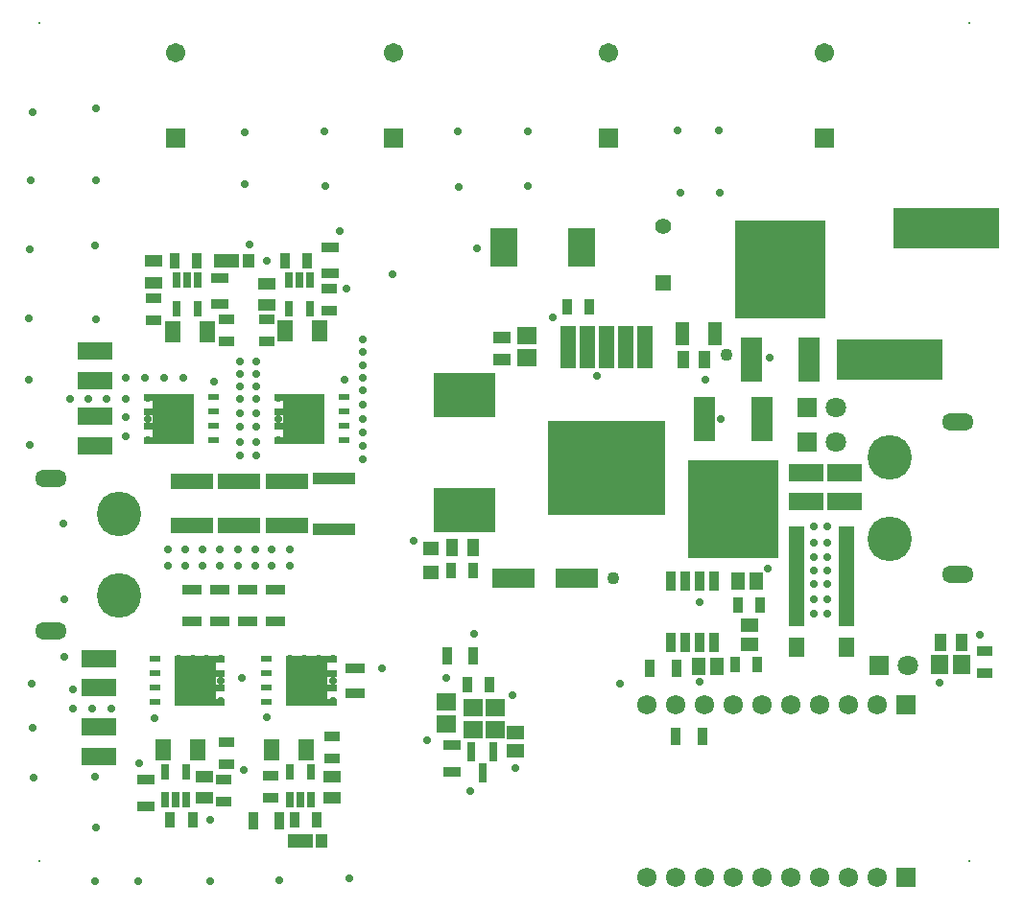
<source format=gts>
G04*
G04 #@! TF.GenerationSoftware,Altium Limited,Altium Designer,21.6.4 (81)*
G04*
G04 Layer_Color=8388736*
%FSLAX44Y44*%
%MOMM*%
G71*
G04*
G04 #@! TF.SameCoordinates,3C3A1148-CEAA-43B7-A459-4803B486FB21*
G04*
G04*
G04 #@! TF.FilePolarity,Negative*
G04*
G01*
G75*
%ADD18R,1.3561X1.8582*%
%ADD20R,1.4500X0.9500*%
%ADD21R,0.9500X1.4500*%
%ADD23R,1.7000X0.9500*%
%ADD29R,0.9562X1.5562*%
%ADD30R,1.5562X0.9562*%
%ADD49R,1.1032X1.5032*%
%ADD50R,0.8532X1.7282*%
%ADD51R,5.4032X3.9532*%
%ADD52R,1.8232X4.0132*%
%ADD53R,8.0732X8.7132*%
%ADD54R,1.4032X8.9032*%
%ADD55R,1.4032X1.8032*%
%ADD56R,2.4532X3.4032*%
%ADD57R,1.6532X0.9532*%
%ADD58R,3.7232X1.4532*%
%ADD59R,3.0232X1.6332*%
%ADD60R,1.3032X2.0032*%
%ADD61R,1.7532X1.5532*%
%ADD62R,1.5532X1.7532*%
%ADD63R,2.2032X1.3032*%
%ADD64R,1.0032X1.3032*%
%ADD65R,1.5932X1.1632*%
%ADD66R,1.1632X1.5932*%
%ADD67R,0.8032X1.7032*%
%ADD68R,10.3532X8.3032*%
%ADD69R,1.3532X3.8032*%
%ADD70R,1.5032X1.1032*%
%ADD71R,0.8032X1.4032*%
%ADD72R,1.4032X1.3032*%
%ADD73R,3.7032X1.8032*%
%ADD74R,9.4032X3.6032*%
%ADD75R,3.8132X1.0132*%
%ADD76C,1.7032*%
%ADD77R,1.7032X1.7032*%
%ADD78R,1.4032X1.4032*%
%ADD79C,1.4032*%
%ADD80O,2.8032X1.5032*%
%ADD81C,3.9192*%
%ADD82C,1.8032*%
%ADD83R,1.8032X1.8032*%
%ADD84C,0.2000*%
%ADD85C,1.7232*%
%ADD86R,1.7232X1.7232*%
%ADD87C,0.7016*%
%ADD88C,1.1016*%
G36*
X135995Y205550D02*
X126745D01*
Y210550D01*
X135995D01*
Y205550D01*
D02*
G37*
G36*
Y192850D02*
X126745D01*
Y197850D01*
X135995D01*
Y192850D01*
D02*
G37*
G36*
Y180150D02*
X126745D01*
Y185150D01*
X135995D01*
Y180150D01*
D02*
G37*
G36*
Y167450D02*
X126745D01*
Y172450D01*
X135995D01*
Y167450D01*
D02*
G37*
G36*
X193250Y205050D02*
X185250D01*
Y198350D01*
X193250D01*
Y192350D01*
X185250D01*
Y185650D01*
X193250D01*
Y179650D01*
X185250D01*
Y172950D01*
X193250D01*
Y166950D01*
X148700D01*
Y211050D01*
X193250D01*
Y205050D01*
D02*
G37*
G36*
X234625Y205550D02*
X225375D01*
Y210550D01*
X234625D01*
Y205550D01*
D02*
G37*
G36*
Y192850D02*
X225375D01*
Y197850D01*
X234625D01*
Y192850D01*
D02*
G37*
G36*
Y180150D02*
X225375D01*
Y185150D01*
X234625D01*
Y180150D01*
D02*
G37*
G36*
Y167450D02*
X225375D01*
Y172450D01*
X234625D01*
Y167450D01*
D02*
G37*
G36*
X291880Y205050D02*
X283880D01*
Y198350D01*
X291880D01*
Y192350D01*
X283880D01*
Y185650D01*
X291880D01*
Y179650D01*
X283880D01*
Y172950D01*
X291880D01*
Y166950D01*
X247330D01*
Y211050D01*
X291880D01*
Y205050D01*
D02*
G37*
G36*
X188255Y436550D02*
X179005D01*
Y441550D01*
X188255D01*
Y436550D01*
D02*
G37*
G36*
Y423850D02*
X179005D01*
Y428850D01*
X188255D01*
Y423850D01*
D02*
G37*
G36*
Y411150D02*
X179005D01*
Y416150D01*
X188255D01*
Y411150D01*
D02*
G37*
G36*
Y398450D02*
X179005D01*
Y403450D01*
X188255D01*
Y398450D01*
D02*
G37*
G36*
X166300Y397950D02*
X121750D01*
Y403950D01*
X129750D01*
Y410650D01*
X121750D01*
Y416650D01*
X129750D01*
Y423350D01*
X121750D01*
Y429350D01*
X129750D01*
Y436050D01*
X121750D01*
Y442050D01*
X166300D01*
Y397950D01*
D02*
G37*
G36*
X303255Y436550D02*
X294005D01*
Y441550D01*
X303255D01*
Y436550D01*
D02*
G37*
G36*
Y423850D02*
X294005D01*
Y428850D01*
X303255D01*
Y423850D01*
D02*
G37*
G36*
Y411150D02*
X294005D01*
Y416150D01*
X303255D01*
Y411150D01*
D02*
G37*
G36*
Y398450D02*
X294005D01*
Y403450D01*
X303255D01*
Y398450D01*
D02*
G37*
G36*
X281300Y397950D02*
X236750D01*
Y403950D01*
X244750D01*
Y410650D01*
X236750D01*
Y416650D01*
X244750D01*
Y423350D01*
X236750D01*
Y429350D01*
X244750D01*
Y436050D01*
X236750D01*
Y442050D01*
X281300D01*
Y397950D01*
D02*
G37*
D18*
X234739Y128000D02*
D03*
X265261D02*
D03*
X178261Y497000D02*
D03*
X147739D02*
D03*
X169261Y128000D02*
D03*
X138739D02*
D03*
X277261Y498000D02*
D03*
X246739D02*
D03*
D20*
X288000Y120250D02*
D03*
Y139750D02*
D03*
X130208Y526750D02*
D03*
Y507250D02*
D03*
X234000Y85250D02*
D03*
Y104750D02*
D03*
X195000Y488250D02*
D03*
Y507750D02*
D03*
X192000Y101750D02*
D03*
Y82250D02*
D03*
X230000Y507750D02*
D03*
Y488250D02*
D03*
X195000Y114950D02*
D03*
Y134450D02*
D03*
X285000Y534750D02*
D03*
Y515250D02*
D03*
X863993Y195250D02*
D03*
Y214750D02*
D03*
D21*
X255250Y66000D02*
D03*
X274750D02*
D03*
X168750Y560000D02*
D03*
X149250D02*
D03*
X407250Y185000D02*
D03*
X426750D02*
D03*
X145250Y66000D02*
D03*
X164750D02*
D03*
X265750Y560000D02*
D03*
X246250D02*
D03*
X646250Y256000D02*
D03*
X665750D02*
D03*
X643250Y203000D02*
D03*
X662750D02*
D03*
X393088Y285822D02*
D03*
X412588D02*
D03*
X495250Y519000D02*
D03*
X514750D02*
D03*
D23*
X164000Y269318D02*
D03*
Y241318D02*
D03*
X188542Y269318D02*
D03*
Y241318D02*
D03*
X213085Y269318D02*
D03*
Y241318D02*
D03*
X237628Y269318D02*
D03*
Y241318D02*
D03*
D29*
X591250Y140000D02*
D03*
X614750D02*
D03*
X218250Y65000D02*
D03*
X241750D02*
D03*
X412750Y210574D02*
D03*
X389250D02*
D03*
X591750Y199473D02*
D03*
X568250D02*
D03*
D30*
X189000Y544750D02*
D03*
Y521250D02*
D03*
X394000Y108250D02*
D03*
Y131750D02*
D03*
X124000Y101750D02*
D03*
Y78250D02*
D03*
X286000Y571750D02*
D03*
Y548250D02*
D03*
D49*
X597500Y472000D02*
D03*
X616500D02*
D03*
X412588Y306615D02*
D03*
X393588D02*
D03*
X824492Y223000D02*
D03*
X843493D02*
D03*
D50*
X625257Y277120D02*
D03*
X612557D02*
D03*
X599857D02*
D03*
X587157D02*
D03*
Y222880D02*
D03*
X599857D02*
D03*
X612557D02*
D03*
X625257D02*
D03*
D51*
X405030Y440658D02*
D03*
Y339658D02*
D03*
D52*
X657657Y472793D02*
D03*
X708457D02*
D03*
X666858Y419700D02*
D03*
X616058D02*
D03*
D53*
X683057Y552193D02*
D03*
X641458Y340300D02*
D03*
D54*
X742000Y281250D02*
D03*
X698000D02*
D03*
D55*
Y218750D02*
D03*
X742000D02*
D03*
D56*
X439207Y571208D02*
D03*
X508208D02*
D03*
D57*
X308000Y200000D02*
D03*
Y178000D02*
D03*
D58*
X164000Y325518D02*
D03*
Y365118D02*
D03*
X206000Y325518D02*
D03*
Y365118D02*
D03*
X248000Y325518D02*
D03*
Y365118D02*
D03*
D59*
X740242Y346693D02*
D03*
Y372492D02*
D03*
X706000Y346693D02*
D03*
Y372492D02*
D03*
X82000Y122100D02*
D03*
Y147900D02*
D03*
Y208307D02*
D03*
Y182507D02*
D03*
X79000Y396442D02*
D03*
Y422243D02*
D03*
Y479900D02*
D03*
Y454100D02*
D03*
D60*
X597115Y495457D02*
D03*
X626115D02*
D03*
D61*
X389000Y169750D02*
D03*
Y150250D02*
D03*
X412000Y145250D02*
D03*
Y164750D02*
D03*
X432000Y164750D02*
D03*
Y145250D02*
D03*
X460000Y493750D02*
D03*
Y474250D02*
D03*
D62*
X824242Y203000D02*
D03*
X843743D02*
D03*
D63*
X260000Y47000D02*
D03*
X195000Y560000D02*
D03*
D64*
X279000Y47000D02*
D03*
X214000Y560000D02*
D03*
D65*
X450000Y126900D02*
D03*
Y143100D02*
D03*
X656000Y237543D02*
D03*
Y221343D02*
D03*
D66*
X627407Y201208D02*
D03*
X611208D02*
D03*
X662100Y276543D02*
D03*
X645900D02*
D03*
D67*
X430000Y126458D02*
D03*
X411000D02*
D03*
X420500Y107458D02*
D03*
D68*
X530322Y376707D02*
D03*
D69*
X496322Y483208D02*
D03*
X513322D02*
D03*
X530322D02*
D03*
X547322D02*
D03*
X564322D02*
D03*
D70*
X130457Y540500D02*
D03*
Y559500D02*
D03*
X230000Y520500D02*
D03*
Y539500D02*
D03*
X288000Y104500D02*
D03*
Y85500D02*
D03*
X175000Y104500D02*
D03*
Y85500D02*
D03*
X438000Y472500D02*
D03*
Y491500D02*
D03*
D71*
X268500Y517500D02*
D03*
X249500D02*
D03*
Y542500D02*
D03*
X259000D02*
D03*
X268500D02*
D03*
X250500Y108500D02*
D03*
X269500D02*
D03*
Y83500D02*
D03*
X260000D02*
D03*
X250500D02*
D03*
X140500Y108500D02*
D03*
X159500D02*
D03*
Y83500D02*
D03*
X150000D02*
D03*
X140500D02*
D03*
X169500Y517500D02*
D03*
X150500D02*
D03*
Y542500D02*
D03*
X160000D02*
D03*
X169500D02*
D03*
D72*
X374795Y284500D02*
D03*
Y305500D02*
D03*
D73*
X447665Y279365D02*
D03*
X503665D02*
D03*
D74*
X780000Y472000D02*
D03*
X830000Y588000D02*
D03*
D75*
X289743Y367818D02*
D03*
Y322818D02*
D03*
D76*
X150000Y743000D02*
D03*
X342000D02*
D03*
X532000D02*
D03*
X722000D02*
D03*
D77*
X150000Y668000D02*
D03*
X342000D02*
D03*
X532000D02*
D03*
X722000D02*
D03*
D78*
X580000Y540000D02*
D03*
D79*
Y590000D02*
D03*
D80*
X840000Y417500D02*
D03*
Y282500D02*
D03*
X40000Y232500D02*
D03*
Y367500D02*
D03*
D81*
X780000Y386000D02*
D03*
Y314000D02*
D03*
X100000Y264000D02*
D03*
Y336000D02*
D03*
D82*
X795700Y202000D02*
D03*
X732700Y430000D02*
D03*
Y400000D02*
D03*
D83*
X770300Y202000D02*
D03*
X707300Y430000D02*
D03*
Y400000D02*
D03*
D84*
X30000Y30000D02*
D03*
Y770000D02*
D03*
X850000D02*
D03*
Y30000D02*
D03*
D85*
X641900Y15000D02*
D03*
X743500D02*
D03*
X768900D02*
D03*
X718100D02*
D03*
X692700D02*
D03*
X667300D02*
D03*
X616500D02*
D03*
X591100D02*
D03*
X565700D02*
D03*
X641900Y167400D02*
D03*
X743500D02*
D03*
X768900D02*
D03*
X718100D02*
D03*
X692700D02*
D03*
X667300D02*
D03*
X616500D02*
D03*
X591100D02*
D03*
X565700D02*
D03*
D86*
X794300Y15000D02*
D03*
Y167400D02*
D03*
D87*
X725000Y325000D02*
D03*
Y298000D02*
D03*
Y286000D02*
D03*
Y261000D02*
D03*
Y274000D02*
D03*
Y248000D02*
D03*
Y311000D02*
D03*
X713000D02*
D03*
Y274000D02*
D03*
Y248000D02*
D03*
Y261000D02*
D03*
Y286000D02*
D03*
Y298000D02*
D03*
Y325000D02*
D03*
X80000Y508000D02*
D03*
X79000Y573000D02*
D03*
X80000Y631000D02*
D03*
Y694000D02*
D03*
X24000Y691000D02*
D03*
X22000Y631000D02*
D03*
X21000Y570000D02*
D03*
X20000Y509000D02*
D03*
Y455000D02*
D03*
X21000Y397000D02*
D03*
X51000Y328000D02*
D03*
X52000Y261000D02*
D03*
Y210000D02*
D03*
X23000Y186000D02*
D03*
X24000Y147000D02*
D03*
X25000Y103000D02*
D03*
X79000Y104000D02*
D03*
X80000Y59000D02*
D03*
X79000Y12000D02*
D03*
X117000D02*
D03*
X180000D02*
D03*
X241000Y13000D02*
D03*
X303000Y14000D02*
D03*
X137707Y438250D02*
D03*
X150163D02*
D03*
X162620D02*
D03*
X125250D02*
D03*
X150163Y420000D02*
D03*
X137707D02*
D03*
X162620D02*
D03*
X125250D02*
D03*
X162620Y400950D02*
D03*
X150163D02*
D03*
X137707D02*
D03*
X125250D02*
D03*
X288380Y208050D02*
D03*
X275923D02*
D03*
X263467D02*
D03*
X251010D02*
D03*
X288380Y189000D02*
D03*
X251010D02*
D03*
X275923D02*
D03*
X263467D02*
D03*
X288380Y170750D02*
D03*
X251010D02*
D03*
X263467D02*
D03*
X275923D02*
D03*
X252707Y438250D02*
D03*
X265163D02*
D03*
X277620D02*
D03*
X240250D02*
D03*
X265163Y420000D02*
D03*
X252707D02*
D03*
X277620D02*
D03*
X240250D02*
D03*
X277620Y400950D02*
D03*
X265163D02*
D03*
X252707D02*
D03*
X240250D02*
D03*
X189750Y208050D02*
D03*
X177293D02*
D03*
X164837D02*
D03*
X152380D02*
D03*
X189750Y189000D02*
D03*
X152380D02*
D03*
X177293D02*
D03*
X164837D02*
D03*
X189750Y170750D02*
D03*
X152380D02*
D03*
X164837D02*
D03*
X177293D02*
D03*
X208000Y191000D02*
D03*
X230000Y560000D02*
D03*
X299000Y455000D02*
D03*
X184000Y453000D02*
D03*
X450000Y112000D02*
D03*
X372000Y136000D02*
D03*
X230000Y157000D02*
D03*
X131000Y156000D02*
D03*
X612000Y258000D02*
D03*
X672000Y288000D02*
D03*
X630000Y620000D02*
D03*
X629000Y675000D02*
D03*
X595000Y620000D02*
D03*
X593000Y675000D02*
D03*
X461000Y626000D02*
D03*
Y674000D02*
D03*
X400000Y625000D02*
D03*
X399000Y674000D02*
D03*
X282000Y626000D02*
D03*
X281000Y674000D02*
D03*
X211000Y627000D02*
D03*
Y673000D02*
D03*
X648057Y587493D02*
D03*
X663057D02*
D03*
X683057D02*
D03*
X703057D02*
D03*
X718057D02*
D03*
X648057Y572493D02*
D03*
X663057D02*
D03*
X683057D02*
D03*
X703057D02*
D03*
X718057D02*
D03*
X648057Y557493D02*
D03*
X663057D02*
D03*
X683057D02*
D03*
X703057D02*
D03*
X718057D02*
D03*
X648057Y542493D02*
D03*
X663057D02*
D03*
X683057D02*
D03*
X703057D02*
D03*
X718057D02*
D03*
X648057Y527493D02*
D03*
X663057D02*
D03*
X683057D02*
D03*
X703057D02*
D03*
X718057D02*
D03*
X648057Y514493D02*
D03*
X663057D02*
D03*
X683057D02*
D03*
X703057D02*
D03*
X718057D02*
D03*
X676458Y305000D02*
D03*
X661458D02*
D03*
X641458D02*
D03*
X621457D02*
D03*
X606457D02*
D03*
X676458Y320000D02*
D03*
X661458D02*
D03*
X641458D02*
D03*
X621457D02*
D03*
X606457D02*
D03*
X676458Y335000D02*
D03*
X661458D02*
D03*
X641458D02*
D03*
X621457D02*
D03*
X606457D02*
D03*
X676458Y350000D02*
D03*
X661458D02*
D03*
X641458D02*
D03*
X621457D02*
D03*
X606457D02*
D03*
X676458Y365000D02*
D03*
X661458D02*
D03*
X641458D02*
D03*
X621457D02*
D03*
X606457D02*
D03*
X676458Y378000D02*
D03*
X661458D02*
D03*
X641458D02*
D03*
X621457D02*
D03*
X606457D02*
D03*
X118000Y116000D02*
D03*
X180000Y66000D02*
D03*
X210000Y110000D02*
D03*
X93000Y164000D02*
D03*
X76000D02*
D03*
X59000D02*
D03*
Y181000D02*
D03*
X157000Y456000D02*
D03*
X140000D02*
D03*
X123000D02*
D03*
X106000Y405000D02*
D03*
Y422000D02*
D03*
Y456000D02*
D03*
Y438000D02*
D03*
X89000D02*
D03*
X73000D02*
D03*
X57000D02*
D03*
X315000Y490000D02*
D03*
Y479000D02*
D03*
Y467000D02*
D03*
Y456000D02*
D03*
Y445000D02*
D03*
Y384000D02*
D03*
Y396000D02*
D03*
Y408000D02*
D03*
Y420000D02*
D03*
Y433000D02*
D03*
X341000Y548000D02*
D03*
X295000Y585770D02*
D03*
X215000Y574000D02*
D03*
X143000Y290000D02*
D03*
X158000D02*
D03*
X174000D02*
D03*
X189000D02*
D03*
X205000D02*
D03*
X220000D02*
D03*
X235000D02*
D03*
X251000D02*
D03*
Y305000D02*
D03*
X235000D02*
D03*
X220000D02*
D03*
X205000D02*
D03*
X189000D02*
D03*
X174000D02*
D03*
X158000D02*
D03*
X143000D02*
D03*
X221000Y471000D02*
D03*
X207000D02*
D03*
X221000Y460000D02*
D03*
X207000D02*
D03*
X221000Y449000D02*
D03*
X207000D02*
D03*
X221000Y388000D02*
D03*
X207000D02*
D03*
X221000Y400000D02*
D03*
X207000D02*
D03*
X221000Y413000D02*
D03*
X207000D02*
D03*
X221000Y425000D02*
D03*
X207000D02*
D03*
X221000Y438000D02*
D03*
X207000D02*
D03*
X300250Y534750D02*
D03*
X617000Y455000D02*
D03*
X410000Y91000D02*
D03*
X447000Y176000D02*
D03*
X332000Y200000D02*
D03*
X824000Y187000D02*
D03*
X612000Y188000D02*
D03*
X542000Y186000D02*
D03*
X389000Y191000D02*
D03*
X360000Y312000D02*
D03*
X413000Y230000D02*
D03*
X576000Y341000D02*
D03*
Y359000D02*
D03*
Y376000D02*
D03*
Y395000D02*
D03*
X553000Y341000D02*
D03*
Y359000D02*
D03*
Y376000D02*
D03*
Y395000D02*
D03*
X530000Y341000D02*
D03*
Y359000D02*
D03*
X530322Y376000D02*
D03*
X530000Y395000D02*
D03*
X507000Y341000D02*
D03*
Y359000D02*
D03*
Y376000D02*
D03*
Y394000D02*
D03*
X484000Y341000D02*
D03*
Y359000D02*
D03*
Y376000D02*
D03*
Y394000D02*
D03*
X553000Y412000D02*
D03*
X576000D02*
D03*
X484000D02*
D03*
X530000D02*
D03*
X507000D02*
D03*
X521287Y458000D02*
D03*
X483000Y510000D02*
D03*
X416000Y571000D02*
D03*
X859000Y229000D02*
D03*
X674000Y474000D02*
D03*
X631000Y420000D02*
D03*
D88*
X536000Y279000D02*
D03*
X636000Y477000D02*
D03*
M02*

</source>
